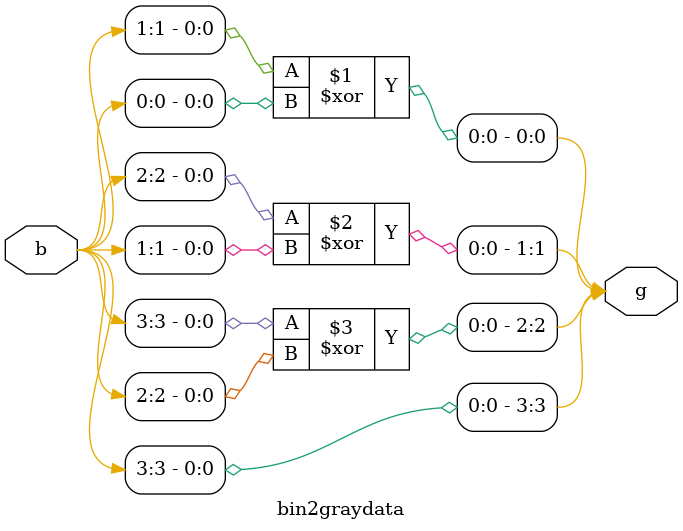
<source format=v>
`timescale 1ns / 1ps
module bin2graydata(
    input [3:0] b,
    output [3:0] g
    );

assign g[0]=b[1]^b[0];   
assign g[1]=b[2]^b[1];
assign g[2]=b[3]^b[2];
assign g[3]=b[3];

endmodule

</source>
